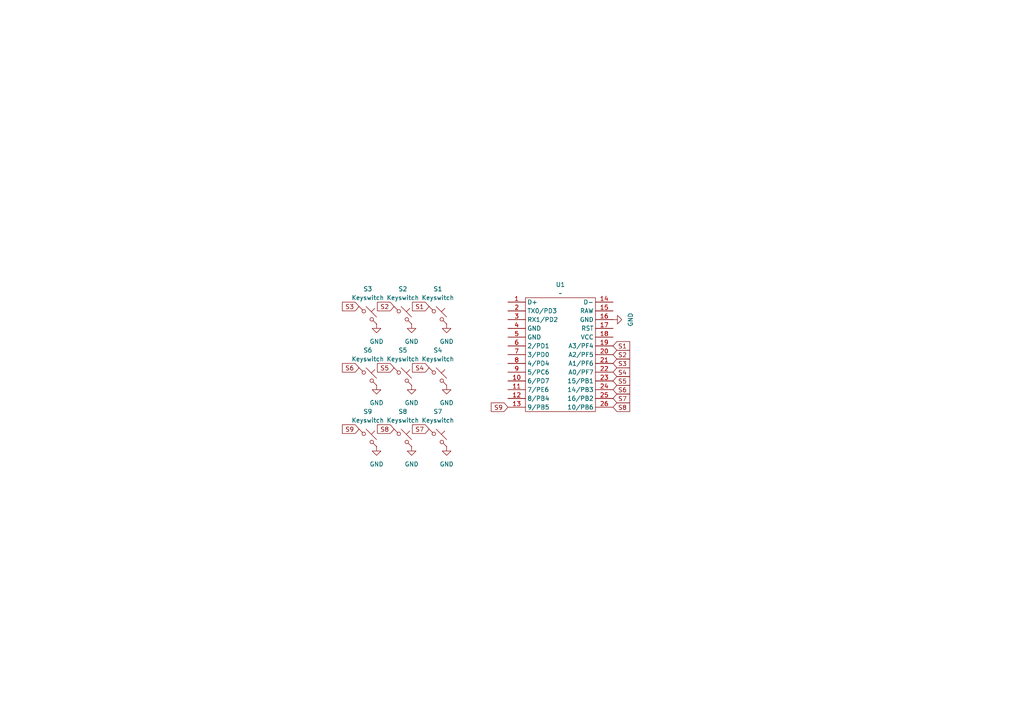
<source format=kicad_sch>
(kicad_sch (version 20231120) (generator "eeschema") (generator_version "8.0")
  (paper "A4")
  (lib_symbols
    (symbol "ScottoKeebs:MCU_Adafruit_KB2040"
      (property "Reference" "U" (at 0 0 0))
      (symbol "MCU_Adafruit_KB2040_0_1"
        (rectangle (start -10.16 16.51) (end 10.16 -16.51))
      )
      (symbol "MCU_Adafruit_KB2040_1_1"
        (pin input line (at -15.24 15.24 0) (length 5.08) (name "D+") (number "1"))
        (pin input line (at -15.24 -7.62 0) (length 5.08) (name "6/PD7") (number "10"))
        (pin input line (at -15.24 -10.16 0) (length 5.08) (name "7/PE6") (number "11"))
        (pin input line (at -15.24 -12.7 0) (length 5.08) (name "8/PB4") (number "12"))
        (pin input line (at -15.24 -15.24 0) (length 5.08) (name "9/PB5") (number "13"))
        (pin input line (at 15.24 15.24 180) (length 5.08) (name "D-") (number "14"))
        (pin input line (at 15.24 12.7 180) (length 5.08) (name "RAW") (number "15"))
        (pin input line (at 15.24 10.16 180) (length 5.08) (name "GND") (number "16"))
        (pin input line (at 15.24 7.62 180) (length 5.08) (name "RST") (number "17"))
        (pin input line (at 15.24 5.08 180) (length 5.08) (name "VCC") (number "18"))
        (pin input line (at 15.24 2.54 180) (length 5.08) (name "A3/PF4") (number "19"))
        (pin input line (at -15.24 12.7 0) (length 5.08) (name "TX0/PD3") (number "2"))
        (pin input line (at 15.24 0 180) (length 5.08) (name "A2/PF5") (number "20"))
        (pin input line (at 15.24 -2.54 180) (length 5.08) (name "A1/PF6") (number "21"))
        (pin input line (at 15.24 -5.08 180) (length 5.08) (name "A0/PF7") (number "22"))
        (pin input line (at 15.24 -7.62 180) (length 5.08) (name "15/PB1") (number "23"))
        (pin input line (at 15.24 -10.16 180) (length 5.08) (name "14/PB3") (number "24"))
        (pin input line (at 15.24 -12.7 180) (length 5.08) (name "16/PB2") (number "25"))
        (pin input line (at 15.24 -15.24 180) (length 5.08) (name "10/PB6") (number "26"))
        (pin input line (at -15.24 10.16 0) (length 5.08) (name "RX1/PD2") (number "3"))
        (pin input line (at -15.24 7.62 0) (length 5.08) (name "GND") (number "4"))
        (pin input line (at -15.24 5.08 0) (length 5.08) (name "GND") (number "5"))
        (pin input line (at -15.24 2.54 0) (length 5.08) (name "2/PD1") (number "6"))
        (pin input line (at -15.24 0 0) (length 5.08) (name "3/PD0") (number "7"))
        (pin input line (at -15.24 -2.54 0) (length 5.08) (name "4/PD4") (number "8"))
        (pin input line (at -15.24 -5.08 0) (length 5.08) (name "5/PC6") (number "9"))
      )
    )
    (symbol "ScottoKeebs:Placeholder_Keyswitch" (pin_numbers hide) (pin_names (offset 1.016) hide)
      (property "Reference" "S" (at 3.048 1.016 0))
      (property "Value" "Keyswitch" (at 0 -3.81 0))
      (symbol "Placeholder_Keyswitch_0_1"
        (circle (center -1.1684 1.1684) (radius 0.508))
        (polyline (pts (xy -0.508 2.54) (xy 2.54 -0.508)))
        (polyline (pts (xy 1.016 1.016) (xy 2.032 2.032)))
        (polyline (pts (xy -2.54 2.54) (xy -1.524 1.524) (xy -1.524 1.524)))
        (polyline (pts (xy 1.524 -1.524) (xy 2.54 -2.54) (xy 2.54 -2.54) (xy 2.54 -2.54)))
        (circle (center 1.143 -1.1938) (radius 0.508))
        (pin passive line (at -2.54 2.54 0) (length 0) (name "1") (number "1"))
        (pin passive line (at 2.54 -2.54 180) (length 0) (name "2") (number "2"))
      )
    )
    (symbol "power:GND" (power) (pin_numbers hide) (pin_names (offset 0) hide)
      (property "Value" "GND" (at 0 -3.81 0))
      (symbol "GND_0_1"
        (polyline (pts (xy 0 0) (xy 0 -1.27) (xy 1.27 -1.27) (xy 0 -2.54) (xy -1.27 -1.27) (xy 0 -1.27)))
      )
      (symbol "GND_1_1"
        (pin power_in line (at 0 0 270) (length 0) (name "~") (number "1"))
      )
    )
  )
  (global_label "S7" (shape input) (at 124.46 124.46 180) (property "Intersheetrefs" "${INTERSHEET_REFS}" (effects (hide yes))))
  (global_label "S6" (shape input) (at 177.8 113.03 0) (property "Intersheetrefs" "${INTERSHEET_REFS}" (effects (hide yes))))
  (global_label "S6" (shape input) (at 104.14 106.68 180) (property "Intersheetrefs" "${INTERSHEET_REFS}" (effects (hide yes))))
  (global_label "S1" (shape input) (at 124.46 88.9 180) (property "Intersheetrefs" "${INTERSHEET_REFS}" (effects (hide yes))))
  (global_label "S2" (shape input) (at 114.3 88.9 180) (property "Intersheetrefs" "${INTERSHEET_REFS}" (effects (hide yes))))
  (global_label "S2" (shape input) (at 177.8 102.87 0) (property "Intersheetrefs" "${INTERSHEET_REFS}" (effects (hide yes))))
  (global_label "S4" (shape input) (at 177.8 107.95 0) (property "Intersheetrefs" "${INTERSHEET_REFS}" (effects (hide yes))))
  (global_label "S8" (shape input) (at 177.8 118.11 0) (property "Intersheetrefs" "${INTERSHEET_REFS}" (effects (hide yes))))
  (global_label "S7" (shape input) (at 177.8 115.57 0) (property "Intersheetrefs" "${INTERSHEET_REFS}" (effects (hide yes))))
  (global_label "S5" (shape input) (at 177.8 110.49 0) (property "Intersheetrefs" "${INTERSHEET_REFS}" (effects (hide yes))))
  (global_label "S3" (shape input) (at 104.14 88.9 180) (property "Intersheetrefs" "${INTERSHEET_REFS}" (effects (hide yes))))
  (global_label "S3" (shape input) (at 177.8 105.41 0) (property "Intersheetrefs" "${INTERSHEET_REFS}" (effects (hide yes))))
  (global_label "S5" (shape input) (at 114.3 106.68 180) (property "Intersheetrefs" "${INTERSHEET_REFS}" (effects (hide yes))))
  (global_label "S9" (shape input) (at 104.14 124.46 180) (property "Intersheetrefs" "${INTERSHEET_REFS}" (effects (hide yes))))
  (global_label "S8" (shape input) (at 114.3 124.46 180) (property "Intersheetrefs" "${INTERSHEET_REFS}" (effects (hide yes))))
  (global_label "S4" (shape input) (at 124.46 106.68 180) (property "Intersheetrefs" "${INTERSHEET_REFS}" (effects (hide yes))))
  (global_label "S1" (shape input) (at 177.8 100.33 0) (property "Intersheetrefs" "${INTERSHEET_REFS}" (effects (hide yes))))
  (global_label "S9" (shape input) (at 147.32 118.11 180) (property "Intersheetrefs" "${INTERSHEET_REFS}" (effects (hide yes))))
  (symbol (lib_id "power:GND") (at 129.54 93.98 0) (unit 1)
    (property "Reference" "#PWR01" (effects (hide yes)))
    (property "Value" "GND" (at 129.54 99.06 0))
    (property "Description" "Power symbol creates a global label with name \"GND\" , ground" (effects (hide yes)))
  )
  (symbol (lib_id "power:GND") (at 119.38 111.76 0) (unit 1)
    (property "Reference" "#PWR05" (effects (hide yes)))
    (property "Value" "GND" (at 119.38 116.84 0))
    (property "Description" "Power symbol creates a global label with name \"GND\" , ground" (effects (hide yes)))
  )
  (symbol (lib_id "ScottoKeebs:Placeholder_Keyswitch") (at 106.68 91.44 0) (unit 1)
    (property "Reference" "S3" (at 106.68 83.82 0))
    (property "Value" "Keyswitch" (at 106.68 86.36 0))
    (property "Footprint" "ScottoKeebs_MX:MX_PCB_1.00u" (effects (hide yes)))
    (property "Description" "Push button switch, normally open, two pins, 45° tilted" (effects (hide yes)))
  )
  (symbol (lib_id "power:GND") (at 129.54 111.76 0) (unit 1)
    (property "Reference" "#PWR04" (effects (hide yes)))
    (property "Value" "GND" (at 129.54 116.84 0))
    (property "Description" "Power symbol creates a global label with name \"GND\" , ground" (effects (hide yes)))
  )
  (symbol (lib_id "power:GND") (at 109.22 129.54 0) (unit 1)
    (property "Reference" "#PWR09" (effects (hide yes)))
    (property "Value" "GND" (at 109.22 134.62 0))
    (property "Description" "Power symbol creates a global label with name \"GND\" , ground" (effects (hide yes)))
  )
  (symbol (lib_id "ScottoKeebs:Placeholder_Keyswitch") (at 116.84 127 0) (unit 1)
    (property "Reference" "S8" (at 116.84 119.38 0))
    (property "Value" "Keyswitch" (at 116.84 121.92 0))
    (property "Footprint" "ScottoKeebs_MX:MX_PCB_1.00u" (effects (hide yes)))
    (property "Description" "Push button switch, normally open, two pins, 45° tilted" (effects (hide yes)))
  )
  (symbol (lib_id "ScottoKeebs:MCU_Adafruit_KB2040") (at 162.56 102.87 0) (unit 1)
    (property "Reference" "U1" (at 162.56 82.55 0))
    (property "Value" "~" (at 162.56 85.09 0))
    (property "Footprint" "ScottoKeebs_MCU:Adafruit_KB2040" (effects (hide yes)))
  )
  (symbol (lib_id "ScottoKeebs:Placeholder_Keyswitch") (at 106.68 127 0) (unit 1)
    (property "Reference" "S9" (at 106.68 119.38 0))
    (property "Value" "Keyswitch" (at 106.68 121.92 0))
    (property "Footprint" "ScottoKeebs_MX:MX_PCB_1.00u" (effects (hide yes)))
    (property "Description" "Push button switch, normally open, two pins, 45° tilted" (effects (hide yes)))
  )
  (symbol (lib_id "power:GND") (at 109.22 93.98 0) (unit 1)
    (property "Reference" "#PWR03" (effects (hide yes)))
    (property "Value" "GND" (at 109.22 99.06 0))
    (property "Description" "Power symbol creates a global label with name \"GND\" , ground" (effects (hide yes)))
  )
  (symbol (lib_id "ScottoKeebs:Placeholder_Keyswitch") (at 106.68 109.22 0) (unit 1)
    (property "Reference" "S6" (at 106.68 101.6 0))
    (property "Value" "Keyswitch" (at 106.68 104.14 0))
    (property "Footprint" "ScottoKeebs_MX:MX_PCB_1.00u" (effects (hide yes)))
    (property "Description" "Push button switch, normally open, two pins, 45° tilted" (effects (hide yes)))
  )
  (symbol (lib_id "ScottoKeebs:Placeholder_Keyswitch") (at 116.84 109.22 0) (unit 1)
    (property "Reference" "S5" (at 116.84 101.6 0))
    (property "Value" "Keyswitch" (at 116.84 104.14 0))
    (property "Footprint" "ScottoKeebs_MX:MX_PCB_1.00u" (effects (hide yes)))
    (property "Description" "Push button switch, normally open, two pins, 45° tilted" (effects (hide yes)))
  )
  (symbol (lib_id "power:GND") (at 129.54 129.54 0) (unit 1)
    (property "Reference" "#PWR07" (effects (hide yes)))
    (property "Value" "GND" (at 129.54 134.62 0))
    (property "Description" "Power symbol creates a global label with name \"GND\" , ground" (effects (hide yes)))
  )
  (symbol (lib_id "power:GND") (at 119.38 93.98 0) (unit 1)
    (property "Reference" "#PWR02" (effects (hide yes)))
    (property "Value" "GND" (at 119.38 99.06 0))
    (property "Description" "Power symbol creates a global label with name \"GND\" , ground" (effects (hide yes)))
  )
  (symbol (lib_id "power:GND") (at 119.38 129.54 0) (unit 1)
    (property "Reference" "#PWR08" (effects (hide yes)))
    (property "Value" "GND" (at 119.38 134.62 0))
    (property "Description" "Power symbol creates a global label with name \"GND\" , ground" (effects (hide yes)))
  )
  (symbol (lib_id "power:GND") (at 177.8 92.71 90) (unit 1)
    (property "Reference" "#PWR011" (effects (hide yes)))
    (property "Value" "GND" (at 182.88 92.71 0))
    (property "Description" "Power symbol creates a global label with name \"GND\" , ground" (effects (hide yes)))
  )
  (symbol (lib_id "power:GND") (at 109.22 111.76 0) (unit 1)
    (property "Reference" "#PWR06" (effects (hide yes)))
    (property "Value" "GND" (at 109.22 116.84 0))
    (property "Description" "Power symbol creates a global label with name \"GND\" , ground" (effects (hide yes)))
  )
  (symbol (lib_id "ScottoKeebs:Placeholder_Keyswitch") (at 127 127 0) (unit 1)
    (property "Reference" "S7" (at 127 119.38 0))
    (property "Value" "Keyswitch" (at 127 121.92 0))
    (property "Footprint" "ScottoKeebs_MX:MX_PCB_1.00u" (effects (hide yes)))
    (property "Description" "Push button switch, normally open, two pins, 45° tilted" (effects (hide yes)))
  )
  (symbol (lib_id "ScottoKeebs:Placeholder_Keyswitch") (at 116.84 91.44 0) (unit 1)
    (property "Reference" "S2" (at 116.84 83.82 0))
    (property "Value" "Keyswitch" (at 116.84 86.36 0))
    (property "Footprint" "ScottoKeebs_MX:MX_PCB_1.00u" (effects (hide yes)))
    (property "Description" "Push button switch, normally open, two pins, 45° tilted" (effects (hide yes)))
  )
  (symbol (lib_id "ScottoKeebs:Placeholder_Keyswitch") (at 127 109.22 0) (unit 1)
    (property "Reference" "S4" (at 127 101.6 0))
    (property "Value" "Keyswitch" (at 127 104.14 0))
    (property "Footprint" "ScottoKeebs_MX:MX_PCB_1.00u" (effects (hide yes)))
    (property "Description" "Push button switch, normally open, two pins, 45° tilted" (effects (hide yes)))
  )
  (symbol (lib_id "ScottoKeebs:Placeholder_Keyswitch") (at 127 91.44 0) (unit 1)
    (property "Reference" "S1" (at 127 83.82 0))
    (property "Value" "Keyswitch" (at 127 86.36 0))
    (property "Footprint" "ScottoKeebs_MX:MX_PCB_1.00u" (effects (hide yes)))
    (property "Description" "Push button switch, normally open, two pins, 45° tilted" (effects (hide yes)))
  )
)
</source>
